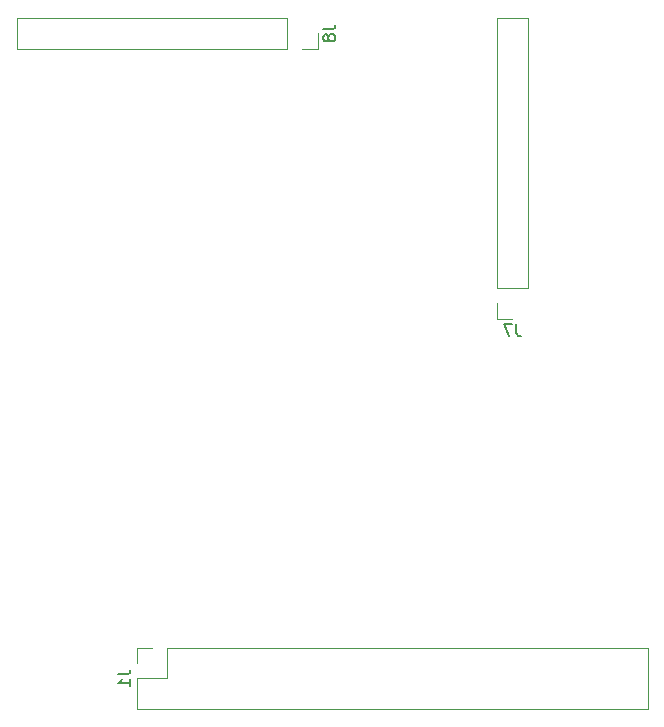
<source format=gbo>
G04 #@! TF.GenerationSoftware,KiCad,Pcbnew,5.0.0-rc2-dev-unknown-r12463-620c2af3*
G04 #@! TF.CreationDate,2018-03-22T22:12:43+01:00*
G04 #@! TF.ProjectId,bela-cape2,62656C612D63617065322E6B69636164,rev?*
G04 #@! TF.SameCoordinates,Original*
G04 #@! TF.FileFunction,Legend,Bot*
G04 #@! TF.FilePolarity,Positive*
%FSLAX46Y46*%
G04 Gerber Fmt 4.6, Leading zero omitted, Abs format (unit mm)*
G04 Created by KiCad (PCBNEW 5.0.0-rc2-dev-unknown-r12463-620c2af3) date Thu Mar 22 22:12:43 2018*
%MOMM*%
%LPD*%
G01*
G04 APERTURE LIST*
%ADD10C,0.120000*%
%ADD11C,0.150000*%
G04 APERTURE END LIST*
D10*
X141030000Y-120590000D02*
X141030000Y-125790000D01*
X100330000Y-120590000D02*
X141030000Y-120590000D01*
X97730000Y-125790000D02*
X141030000Y-125790000D01*
X100330000Y-120590000D02*
X100330000Y-123190000D01*
X100330000Y-123190000D02*
X97730000Y-123190000D01*
X97730000Y-123190000D02*
X97730000Y-125790000D01*
X99060000Y-120590000D02*
X97730000Y-120590000D01*
X97730000Y-120590000D02*
X97730000Y-121920000D01*
X128210000Y-92770000D02*
X129540000Y-92770000D01*
X128210000Y-91440000D02*
X128210000Y-92770000D01*
X128210000Y-90170000D02*
X130870000Y-90170000D01*
X130870000Y-90170000D02*
X130870000Y-67250000D01*
X128210000Y-90170000D02*
X128210000Y-67250000D01*
X128210000Y-67250000D02*
X130870000Y-67250000D01*
X87570000Y-69910000D02*
X87570000Y-67250000D01*
X110490000Y-69910000D02*
X87570000Y-69910000D01*
X110490000Y-67250000D02*
X87570000Y-67250000D01*
X110490000Y-69910000D02*
X110490000Y-67250000D01*
X111760000Y-69910000D02*
X113090000Y-69910000D01*
X113090000Y-69910000D02*
X113090000Y-68580000D01*
D11*
X96182380Y-122856666D02*
X96896666Y-122856666D01*
X97039523Y-122809047D01*
X97134761Y-122713809D01*
X97182380Y-122570952D01*
X97182380Y-122475714D01*
X97182380Y-123856666D02*
X97182380Y-123285238D01*
X97182380Y-123570952D02*
X96182380Y-123570952D01*
X96325238Y-123475714D01*
X96420476Y-123380476D01*
X96468095Y-123285238D01*
X129873333Y-93222380D02*
X129873333Y-93936666D01*
X129920952Y-94079523D01*
X130016190Y-94174761D01*
X130159047Y-94222380D01*
X130254285Y-94222380D01*
X129492380Y-93222380D02*
X128825714Y-93222380D01*
X129254285Y-94222380D01*
X113542380Y-68246666D02*
X114256666Y-68246666D01*
X114399523Y-68199047D01*
X114494761Y-68103809D01*
X114542380Y-67960952D01*
X114542380Y-67865714D01*
X113970952Y-68865714D02*
X113923333Y-68770476D01*
X113875714Y-68722857D01*
X113780476Y-68675238D01*
X113732857Y-68675238D01*
X113637619Y-68722857D01*
X113590000Y-68770476D01*
X113542380Y-68865714D01*
X113542380Y-69056190D01*
X113590000Y-69151428D01*
X113637619Y-69199047D01*
X113732857Y-69246666D01*
X113780476Y-69246666D01*
X113875714Y-69199047D01*
X113923333Y-69151428D01*
X113970952Y-69056190D01*
X113970952Y-68865714D01*
X114018571Y-68770476D01*
X114066190Y-68722857D01*
X114161428Y-68675238D01*
X114351904Y-68675238D01*
X114447142Y-68722857D01*
X114494761Y-68770476D01*
X114542380Y-68865714D01*
X114542380Y-69056190D01*
X114494761Y-69151428D01*
X114447142Y-69199047D01*
X114351904Y-69246666D01*
X114161428Y-69246666D01*
X114066190Y-69199047D01*
X114018571Y-69151428D01*
X113970952Y-69056190D01*
M02*

</source>
